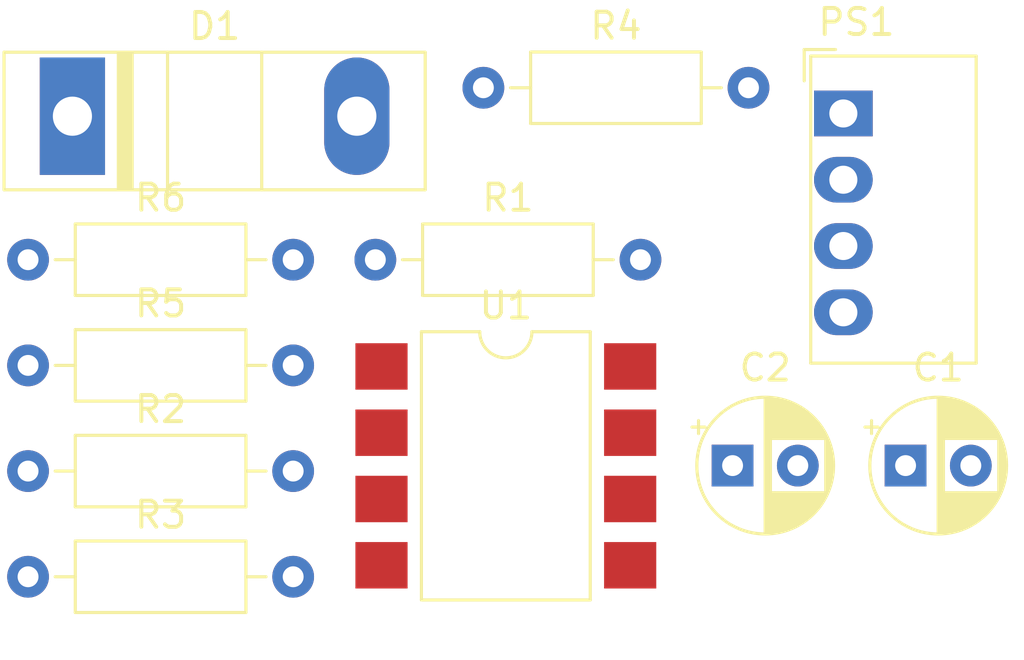
<source format=kicad_pcb>
(kicad_pcb (version 20211014) (generator pcbnew)
  (layers (0 "F.Cu" signal) (31 "B.Cu" signal) (34 "B.Paste" user) (35 "F.Paste" user) (36 "B.SilkS" user "B.Silkscreen") (37 "F.SilkS" user "F.Silkscreen") (38 "B.Mask" user) (39 "F.Mask" user) (44 "Edge.Cuts" user))
  (net 0 "")
  (footprint "Resistor_THT:R_Axial_DIN0207_L6.3mm_D2.5mm_P10.16mm_Horizontal" (layer "F.Cu") (at 725.500225 183.64)
    (fp_text reference "R4" (at 5.08 -2.37) (layer "F.SilkS"))
    (fp_text value "300 Ω")
    (fp_line (start 1.04 0) (end 1.81 0) (layer "F.SilkS") (width 0.12))
    (fp_line (start 1.81 -1.37) (end 1.81 1.37) (layer "F.SilkS") (width 0.12))
    (fp_line (start 9.12 0) (end 8.35 0) (layer "F.SilkS") (width 0.12))
    (fp_line (start 8.35 1.37) (end 8.35 -1.37) (layer "F.SilkS") (width 0.12))
    (fp_line (start 8.35 -1.37) (end 1.81 -1.37) (layer "F.SilkS") (width 0.12))
    (fp_line (start 1.81 1.37) (end 8.35 1.37) (layer "F.SilkS") (width 0.12))
    (pad "1" thru_hole circle locked (at 0 0) (size 1.6 1.6) (drill 0.8) (layers *.Cu *.Mask))
    (pad "2" thru_hole oval locked (at 10.16 0) (size 1.6 1.6) (drill 0.8) (layers *.Cu *.Mask))
  )
  (footprint "Capacitor_THT:CP_Radial_D5.0mm_P2.50mm" (layer "F.Cu") (at 741.68 198.12)
    (fp_text reference "C1" (at 1.25 -3.75) (layer "F.SilkS"))
    (fp_text value "1 μF")
    (fp_line (start 1.93 -2.491) (end 1.93 -1.04) (layer "F.SilkS") (width 0.12))
    (fp_line (start 2.251 1.04) (end 2.251 2.382) (layer "F.SilkS") (width 0.12))
    (fp_line (start 1.45 -2.573) (end 1.45 2.573) (layer "F.SilkS") (width 0.12))
    (fp_line (start 2.571 1.04) (end 2.571 2.224) (layer "F.SilkS") (width 0.12))
    (fp_line (start 2.051 1.04) (end 2.051 2.455) (layer "F.SilkS") (width 0.12))
    (fp_line (start 3.371 1.04) (end 3.371 1.5) (layer "F.SilkS") (width 0.12))
    (fp_line (start 3.371 -1.5) (end 3.371 -1.04) (layer "F.SilkS") (width 0.12))
    (fp_line (start 3.691 -0.915) (end 3.691 0.915) (layer "F.SilkS") (width 0.12))
    (fp_line (start 2.451 -2.29) (end 2.451 -1.04) (layer "F.SilkS") (width 0.12))
    (fp_line (start 3.251 -1.653) (end 3.251 -1.04) (layer "F.SilkS") (width 0.12))
    (fp_line (start 3.451 1.04) (end 3.451 1.383) (layer "F.SilkS") (width 0.12))
    (fp_line (start 3.651 -1.011) (end 3.651 1.011) (layer "F.SilkS") (width 0.12))
    (fp_line (start 2.491 -2.268) (end 2.491 -1.04) (layer "F.SilkS") (width 0.12))
    (fp_line (start 2.011 1.04) (end 2.011 2.468) (layer "F.SilkS") (width 0.12))
    (fp_line (start 2.651 -2.175) (end 2.651 -1.04) (layer "F.SilkS") (width 0.12))
    (fp_line (start 2.771 1.04) (end 2.771 2.095) (layer "F.SilkS") (width 0.12))
    (fp_line (start 1.29 -2.58) (end 1.29 2.58) (layer "F.SilkS") (width 0.12))
    (fp_line (start 2.971 -1.937) (end 2.971 -1.04) (layer "F.SilkS") (width 0.12))
    (fp_line (start 1.65 -2.55) (end 1.65 -1.04) (layer "F.SilkS") (width 0.12))
    (fp_line (start 2.211 1.04) (end 2.211 2.398) (layer "F.SilkS") (width 0.12))
    (fp_line (start 1.89 -2.501) (end 1.89 -1.04) (layer "F.SilkS") (width 0.12))
    (fp_line (start 2.011 -2.468) (end 2.011 -1.04) (layer "F.SilkS") (width 0.12))
    (fp_line (start 1.33 -2.579) (end 1.33 2.579) (layer "F.SilkS") (width 0.12))
    (fp_line (start 1.77 1.04) (end 1.77 2.528) (layer "F.SilkS") (width 0.12))
    (fp_line (start 1.69 1.04) (end 1.69 2.543) (layer "F.SilkS") (width 0.12))
    (fp_line (start 3.051 1.04) (end 3.051 1.864) (layer "F.SilkS") (width 0.12))
    (fp_line (start 2.611 1.04) (end 2.611 2.2) (layer "F.SilkS") (width 0.12))
    (fp_line (start 1.53 1.04) (end 1.53 2.565) (layer "F.SilkS") (width 0.12))
    (fp_line (start 1.69 -2.543) (end 1.69 -1.04) (layer "F.SilkS") (width 0.12))
    (fp_line (start 2.451 1.04) (end 2.451 2.29) (layer "F.SilkS") (width 0.12))
    (fp_line (start 2.811 1.04) (end 2.811 2.065) (layer "F.SilkS") (width 0.12))
    (fp_line (start -1.304775 -1.725) (end -1.304775 -1.225) (layer "F.SilkS") (width 0.12))
    (fp_line (start 1.971 1.04) (end 1.971 2.48) (layer "F.SilkS") (width 0.12))
    (fp_line (start 3.531 -1.251) (end 3.531 -1.04) (layer "F.SilkS") (width 0.12))
    (fp_line (start 1.77 -2.528) (end 1.77 -1.04) (layer "F.SilkS") (width 0.12))
    (fp_line (start 2.771 -2.095) (end 2.771 -1.04) (layer "F.SilkS") (width 0.12))
    (fp_line (start 3.011 1.04) (end 3.011 1.901) (layer "F.SilkS") (width 0.12))
    (fp_line (start 3.251 1.04) (end 3.251 1.653) (layer "F.SilkS") (width 0.12))
    (fp_line (start 2.851 1.04) (end 2.851 2.035) (layer "F.SilkS") (width 0.12))
    (fp_line (start 3.091 1.04) (end 3.091 1.826) (layer "F.SilkS") (width 0.12))
    (fp_line (start 3.331 -1.554) (end 3.331 -1.04) (layer "F.SilkS") (width 0.12))
    (fp_line (start 3.291 -1.605) (end 3.291 -1.04) (layer "F.SilkS") (width 0.12))
    (fp_line (start 2.091 -2.442) (end 2.091 -1.04) (layer "F.SilkS") (width 0.12))
    (fp_line (start 2.851 -2.035) (end 2.851 -1.04) (layer "F.SilkS") (width 0.12))
    (fp_line (start 1.93 1.04) (end 1.93 2.491) (layer "F.SilkS") (width 0.12))
    (fp_line (start 2.291 1.04) (end 2.291 2.365) (layer "F.SilkS") (width 0.12))
    (fp_line (start 2.611 -2.2) (end 2.611 -1.04) (layer "F.SilkS") (width 0.12))
    (fp_line (start 2.411 -2.31) (end 2.411 -1.04) (layer "F.SilkS") (width 0.12))
    (fp_line (start 1.81 -2.52) (end 1.81 -1.04) (layer "F.SilkS") (width 0.12))
    (fp_line (start 1.57 -2.561) (end 1.57 -1.04) (layer "F.SilkS") (width 0.12))
    (fp_line (start 3.211 -1.699) (end 3.211 -1.04) (layer "F.SilkS") (width 0.12))
    (fp_line (start 1.65 1.04) (end 1.65 2.55) (layer "F.SilkS") (width 0.12))
    (fp_line (start 1.61 1.04) (end 1.61 2.556) (layer "F.SilkS") (width 0.12))
    (fp_line (start 2.131 1.04) (end 2.131 2.428) (layer "F.SilkS") (width 0.12))
    (fp_line (start 2.531 1.04) (end 2.531 2.247) (layer "F.SilkS") (width 0.12))
    (fp_line (start 2.131 -2.428) (end 2.131 -1.04) (layer "F.SilkS") (width 0.12))
    (fp_line (start 1.49 -2.569) (end 1.49 -1.04) (layer "F.SilkS") (width 0.12))
    (fp_line (start 3.451 -1.383) (end 3.451 -1.04) (layer "F.SilkS") (width 0.12))
    (fp_line (start 3.331 1.04) (end 3.331 1.554) (layer "F.SilkS") (width 0.12))
    (fp_line (start 1.49 1.04) (end 1.49 2.569) (layer "F.SilkS") (width 0.12))
    (fp_line (start 3.731 -0.805) (end 3.731 0.805) (layer "F.SilkS") (width 0.12))
    (fp_line (start 3.091 -1.826) (end 3.091 -1.04) (layer "F.SilkS") (width 0.12))
    (fp_line (start 3.491 1.04) (end 3.491 1.319) (layer "F.SilkS") (width 0.12))
    (fp_line (start 2.291 -2.365) (end 2.291 -1.04) (layer "F.SilkS") (width 0.12))
    (fp_line (start -1.554775 -1.475) (end -1.054775 -1.475) (layer "F.SilkS") (width 0.12))
    (fp_line (start 3.411 1.04) (end 3.411 1.443) (layer "F.SilkS") (width 0.12))
    (fp_line (start 3.131 1.04) (end 3.131 1.785) (layer "F.SilkS") (width 0.12))
    (fp_line (start 2.091 1.04) (end 2.091 2.442) (layer "F.SilkS") (width 0.12))
    (fp_line (start 1.971 -2.48) (end 1.971 -1.04) (layer "F.SilkS") (width 0.12))
    (fp_line (start 3.171 -1.743) (end 3.171 -1.04) (layer "F.SilkS") (width 0.12))
    (fp_line (start 1.89 1.04) (end 1.89 2.501) (layer "F.SilkS") (width 0.12))
    (fp_line (start 2.531 -2.247) (end 2.531 -1.04) (layer "F.SilkS") (width 0.12))
    (fp_line (start 2.051 -2.455) (end 2.051 -1.04) (layer "F.SilkS") (width 0.12))
    (fp_line (start 1.85 -2.511) (end 1.85 -1.04) (layer "F.SilkS") (width 0.12))
    (fp_line (start 1.57 1.04) (end 1.57 2.561) (layer "F.SilkS") (width 0.12))
    (fp_line (start 2.811 -2.065) (end 2.811 -1.04) (layer "F.SilkS") (width 0.12))
    (fp_line (start 3.811 -0.518) (end 3.811 0.518) (layer "F.SilkS") (width 0.12))
    (fp_line (start 2.171 -2.414) (end 2.171 -1.04) (layer "F.SilkS") (width 0.12))
    (fp_line (start 3.571 -1.178) (end 3.571 1.178) (layer "F.SilkS") (width 0.12))
    (fp_line (start 1.81 1.04) (end 1.81 2.52) (layer "F.SilkS") (width 0.12))
    (fp_line (start 3.011 -1.901) (end 3.011 -1.04) (layer "F.SilkS") (width 0.12))
    (fp_line (start 2.691 1.04) (end 2.691 2.149) (layer "F.SilkS") (width 0.12))
    (fp_line (start 2.731 1.04) (end 2.731 2.122) (layer "F.SilkS") (width 0.12))
    (fp_line (start 2.891 -2.004) (end 2.891 -1.04) (layer "F.SilkS") (width 0.12))
    (fp_line (start 1.85 1.04) (end 1.85 2.511) (layer "F.SilkS") (width 0.12))
    (fp_line (start 3.291 1.04) (end 3.291 1.605) (layer "F.SilkS") (width 0.12))
    (fp_line (start 2.891 1.04) (end 2.891 2.004) (layer "F.SilkS") (width 0.12))
    (fp_line (start 3.531 1.04) (end 3.531 1.251) (layer "F.SilkS") (width 0.12))
    (fp_line (start 3.851 -0.284) (end 3.851 0.284) (layer "F.SilkS") (width 0.12))
    (fp_line (start 2.931 -1.971) (end 2.931 -1.04) (layer "F.SilkS") (width 0.12))
    (fp_line (start 1.61 -2.556) (end 1.61 -1.04) (layer "F.SilkS") (width 0.12))
    (fp_line (start 2.371 1.04) (end 2.371 2.329) (layer "F.SilkS") (width 0.12))
    (fp_line (start 3.171 1.04) (end 3.171 1.743) (layer "F.SilkS") (width 0.12))
    (fp_line (start 1.73 1.04) (end 1.73 2.536) (layer "F.SilkS") (width 0.12))
    (fp_line (start 3.491 -1.319) (end 3.491 -1.04) (layer "F.SilkS") (width 0.12))
    (fp_line (start 2.731 -2.122) (end 2.731 -1.04) (layer "F.SilkS") (width 0.12))
    (fp_line (start 3.411 -1.443) (end 3.411 -1.04) (layer "F.SilkS") (width 0.12))
    (fp_line (start 2.371 -2.329) (end 2.371 -1.04) (layer "F.SilkS") (width 0.12))
    (fp_line (start 2.251 -2.382) (end 2.251 -1.04) (layer "F.SilkS") (width 0.12))
    (fp_line (start 2.411 1.04) (end 2.411 2.31) (layer "F.SilkS") (width 0.12))
    (fp_line (start 1.73 -2.536) (end 1.73 -1.04) (layer "F.SilkS") (width 0.12))
    (fp_line (start 3.211 1.04) (end 3.211 1.699) (layer "F.SilkS") (width 0.12))
    (fp_line (start 2.331 1.04) (end 2.331 2.348) (layer "F.SilkS") (width 0.12))
    (fp_line (start 1.53 -2.565) (end 1.53 -1.04) (layer "F.SilkS") (width 0.12))
    (fp_line (start 2.331 -2.348) (end 2.331 -1.04) (layer "F.SilkS") (width 0.12))
    (fp_line (start 2.971 1.04) (end 2.971 1.937) (layer "F.SilkS") (width 0.12))
    (fp_line (start 1.41 -2.576) (end 1.41 2.576) (layer "F.SilkS") (width 0.12))
    (fp_line (start 2.171 1.04) (end 2.171 2.414) (layer "F.SilkS") (width 0.12))
    (fp_line (start 3.131 -1.785) (end 3.131 -1.04) (layer "F.SilkS") (width 0.12))
    (fp_line (start 2.691 -2.149) (end 2.691 -1.04) (layer "F.SilkS") (width 0.12))
    (fp_line (start 2.931 1.04) (end 2.931 1.971) (layer "F.SilkS") (width 0.12))
    (fp_line (start 3.771 -0.677) (end 3.771 0.677) (layer "F.SilkS") (width 0.12))
    (fp_line (start 2.491 1.04) (end 2.491 2.268) (layer "F.SilkS") (width 0.12))
    (fp_line (start 3.611 -1.098) (end 3.611 1.098) (layer "F.SilkS") (width 0.12))
    (fp_line (start 3.051 -1.864) (end 3.051 -1.04) (layer "F.SilkS") (width 0.12))
    (fp_line (start 1.37 -2.578) (end 1.37 2.578) (layer "F.SilkS") (width 0.12))
    (fp_line (start 2.211 -2.398) (end 2.211 -1.04) (layer "F.SilkS") (width 0.12))
    (fp_line (start 1.25 -2.58) (end 1.25 2.58) (layer "F.SilkS") (width 0.12))
    (fp_line (start 2.571 -2.224) (end 2.571 -1.04) (layer "F.SilkS") (width 0.12))
    (fp_line (start 2.651 1.04) (end 2.651 2.175) (layer "F.SilkS") (width 0.12))
    (fp_circle (center 1.25 0) (end 3.87 0) (layer "F.SilkS") (width 0.12) (fill none))
    (pad "1" thru_hole rect locked (at 0 0) (size 1.6 1.6) (drill 0.8) (layers *.Cu *.Mask))
    (pad "2" thru_hole circle locked (at 2.5 0) (size 1.6 1.6) (drill 0.8) (layers *.Cu *.Mask))
  )
  (footprint "Resistor_THT:R_Axial_DIN0207_L6.3mm_D2.5mm_P10.16mm_Horizontal" (layer "F.Cu") (at 708.050225 194.28)
    (fp_text reference "R5" (at 5.08 -2.37) (layer "F.SilkS"))
    (fp_text value "100kΩ")
    (fp_line (start 9.12 0) (end 8.35 0) (layer "F.SilkS") (width 0.12))
    (fp_line (start 1.81 -1.37) (end 1.81 1.37) (layer "F.SilkS") (width 0.12))
    (fp_line (start 1.81 1.37) (end 8.35 1.37) (layer "F.SilkS") (width 0.12))
    (fp_line (start 1.04 0) (end 1.81 0) (layer "F.SilkS") (width 0.12))
    (fp_line (start 8.35 1.37) (end 8.35 -1.37) (layer "F.SilkS") (width 0.12))
    (fp_line (start 8.35 -1.37) (end 1.81 -1.37) (layer "F.SilkS") (width 0.12))
    (pad "1" thru_hole circle locked (at 0 0) (size 1.6 1.6) (drill 0.8) (layers *.Cu *.Mask))
    (pad "2" thru_hole oval locked (at 10.16 0) (size 1.6 1.6) (drill 0.8) (layers *.Cu *.Mask))
  )
  (footprint "Diode_THT:D_DO-247_Vertical" (layer "F.Cu") (at 709.750225 184.73)
    (fp_text reference "D1" (at 5.45 -3.45) (layer "F.SilkS"))
    (fp_text value "D_Photo")
    (fp_line (start 13.52 -2.451) (end 13.52 2.82) (layer "F.SilkS") (width 0.12))
    (fp_line (start -2.62 -2.451) (end 13.52 -2.451) (layer "F.SilkS") (width 0.12))
    (fp_line (start -2.62 2.82) (end 13.52 2.82) (layer "F.SilkS") (width 0.12))
    (fp_line (start 7.255 -2.451) (end 7.255 2.82) (layer "F.SilkS") (width 0.12))
    (fp_line (start 3.646 -2.451) (end 3.646 2.82) (layer "F.SilkS") (width 0.12))
    (fp_line (start -2.62 -2.451) (end -2.62 2.82) (layer "F.SilkS") (width 0.12))
    (fp_poly (pts (xy 2.3 2.8) (xy 1.75 2.8) (xy 1.75 -2.45) (xy 2.3 -2.45)) (layer "F.SilkS") (width 0.1) (fill solid))
    (pad "1" thru_hole rect locked (at 0 0) (size 2.5 4.5) (drill 1.5) (layers *.Cu *.Mask))
    (pad "2" thru_hole oval locked (at 10.9 0) (size 2.5 4.5) (drill 1.5) (layers *.Cu *.Mask))
  )
  (footprint "Resistor_THT:R_Axial_DIN0207_L6.3mm_D2.5mm_P10.16mm_Horizontal" (layer "F.Cu") (at 708.050225 190.23)
    (fp_text reference "R6" (at 5.08 -2.37) (layer "F.SilkS"))
    (fp_text value "68k Ω")
    (fp_line (start 8.35 -1.37) (end 1.81 -1.37) (layer "F.SilkS") (width 0.12))
    (fp_line (start 1.81 1.37) (end 8.35 1.37) (layer "F.SilkS") (width 0.12))
    (fp_line (start 9.12 0) (end 8.35 0) (layer "F.SilkS") (width 0.12))
    (fp_line (start 1.81 -1.37) (end 1.81 1.37) (layer "F.SilkS") (width 0.12))
    (fp_line (start 1.04 0) (end 1.81 0) (layer "F.SilkS") (width 0.12))
    (fp_line (start 8.35 1.37) (end 8.35 -1.37) (layer "F.SilkS") (width 0.12))
    (pad "1" thru_hole circle locked (at 0 0) (size 1.6 1.6) (drill 0.8) (layers *.Cu *.Mask))
    (pad "2" thru_hole oval locked (at 10.16 0) (size 1.6 1.6) (drill 0.8) (layers *.Cu *.Mask))
  )
  (footprint "Converter_DCDC:Converter_DCDC_Murata_MEE1SxxxxSC_THT" (layer "F.Cu") (at 739.295225 184.625)
    (fp_text reference "PS1" (at 0.5 -3.5 180) (layer "F.SilkS"))
    (fp_text value "MEE1S0515SC")
    (fp_line (start -0.3 -2.45) (end -1.5 -2.45) (layer "F.SilkS") (width 0.12))
    (fp_line (start 5.09 -2.2) (end -1.25 -2.2) (layer "F.SilkS") (width 0.12))
    (fp_line (start 5.09 9.57) (end -1.25 9.57) (layer "F.SilkS") (width 0.12))
    (fp_line (start -1.5 -2.45) (end -1.5 -1.25) (layer "F.SilkS") (width 0.12))
    (fp_line (start 5.09 -2.2) (end 5.09 9.57) (layer "F.SilkS") (width 0.12))
    (fp_line (start -1.25 -2.2) (end -1.25 9.57) (layer "F.SilkS") (width 0.12))
    (pad "1" thru_hole rect locked (at 0 0 270) (size 1.75 2.25) (drill 1.075) (layers *.Cu *.Mask))
    (pad "2" thru_hole oval locked (at 0 2.54 270) (size 1.75 2.25) (drill 1.075) (layers *.Cu *.Mask))
    (pad "3" thru_hole oval locked (at 0 5.08 270) (size 1.75 2.25) (drill 1.075) (layers *.Cu *.Mask))
    (pad "4" thru_hole oval locked (at 0 7.62 270) (size 1.75 2.25) (drill 1.075) (layers *.Cu *.Mask))
  )
  (footprint "Resistor_THT:R_Axial_DIN0207_L6.3mm_D2.5mm_P10.16mm_Horizontal" (layer "F.Cu") (at 708.050225 198.33)
    (fp_text reference "R2" (at 5.08 -2.37) (layer "F.SilkS"))
    (fp_text value "100kΩ")
    (fp_line (start 8.35 1.37) (end 8.35 -1.37) (layer "F.SilkS") (width 0.12))
    (fp_line (start 1.81 1.37) (end 8.35 1.37) (layer "F.SilkS") (width 0.12))
    (fp_line (start 1.81 -1.37) (end 1.81 1.37) (layer "F.SilkS") (width 0.12))
    (fp_line (start 9.12 0) (end 8.35 0) (layer "F.SilkS") (width 0.12))
    (fp_line (start 1.04 0) (end 1.81 0) (layer "F.SilkS") (width 0.12))
    (fp_line (start 8.35 -1.37) (end 1.81 -1.37) (layer "F.SilkS") (width 0.12))
    (pad "1" thru_hole circle locked (at 0 0) (size 1.6 1.6) (drill 0.8) (layers *.Cu *.Mask))
    (pad "2" thru_hole oval locked (at 10.16 0) (size 1.6 1.6) (drill 0.8) (layers *.Cu *.Mask))
  )
  (footprint "Resistor_THT:R_Axial_DIN0207_L6.3mm_D2.5mm_P10.16mm_Horizontal" (layer "F.Cu") (at 708.050225 202.38)
    (fp_text reference "R3" (at 5.08 -2.37) (layer "F.SilkS"))
    (fp_text value "300 Ω")
    (fp_line (start 1.04 0) (end 1.81 0) (layer "F.SilkS") (width 0.12))
    (fp_line (start 8.35 1.37) (end 8.35 -1.37) (layer "F.SilkS") (width 0.12))
    (fp_line (start 9.12 0) (end 8.35 0) (layer "F.SilkS") (width 0.12))
    (fp_line (start 8.35 -1.37) (end 1.81 -1.37) (layer "F.SilkS") (width 0.12))
    (fp_line (start 1.81 1.37) (end 8.35 1.37) (layer "F.SilkS") (width 0.12))
    (fp_line (start 1.81 -1.37) (end 1.81 1.37) (layer "F.SilkS") (width 0.12))
    (pad "1" thru_hole circle locked (at 0 0) (size 1.6 1.6) (drill 0.8) (layers *.Cu *.Mask))
    (pad "2" thru_hole oval locked (at 10.16 0) (size 1.6 1.6) (drill 0.8) (layers *.Cu *.Mask))
  )
  (footprint "Capacitor_THT:CP_Radial_D5.0mm_P2.50mm" (layer "F.Cu") (at 735.05 198.12)
    (fp_text reference "C2" (at 1.25 -3.75) (layer "F.SilkS"))
    (fp_text value "2.2 μF")
    (fp_line (start 3.531 1.04) (end 3.531 1.251) (layer "F.SilkS") (width 0.12))
    (fp_line (start 3.451 1.04) (end 3.451 1.383) (layer "F.SilkS") (width 0.12))
    (fp_line (start 3.531 -1.251) (end 3.531 -1.04) (layer "F.SilkS") (width 0.12))
    (fp_line (start 1.89 -2.501) (end 1.89 -1.04) (layer "F.SilkS") (width 0.12))
    (fp_line (start 3.131 1.04) (end 3.131 1.785) (layer "F.SilkS") (width 0.12))
    (fp_line (start 1.73 -2.536) (end 1.73 -1.04) (layer "F.SilkS") (width 0.12))
    (fp_line (start 2.451 1.04) (end 2.451 2.29) (layer "F.SilkS") (width 0.12))
    (fp_line (start 2.451 -2.29) (end 2.451 -1.04) (layer "F.SilkS") (width 0.12))
    (fp_line (start 2.531 -2.247) (end 2.531 -1.04) (layer "F.SilkS") (width 0.12))
    (fp_line (start 2.731 -2.122) (end 2.731 -1.04) (layer "F.SilkS") (width 0.12))
    (fp_line (start 3.331 -1.554) (end 3.331 -1.04) (layer "F.SilkS") (width 0.12))
    (fp_line (start 2.331 1.04) (end 2.331 2.348) (layer "F.SilkS") (width 0.12))
    (fp_line (start 3.571 -1.178) (end 3.571 1.178) (layer "F.SilkS") (width 0.12))
    (fp_line (start 2.011 -2.468) (end 2.011 -1.04) (layer "F.SilkS") (width 0.12))
    (fp_line (start 1.93 -2.491) (end 1.93 -1.04) (layer "F.SilkS") (width 0.12))
    (fp_line (start 2.771 1.04) (end 2.771 2.095) (layer "F.SilkS") (width 0.12))
    (fp_line (start 2.051 -2.455) (end 2.051 -1.04) (layer "F.SilkS") (width 0.12))
    (fp_line (start 3.131 -1.785) (end 3.131 -1.04) (layer "F.SilkS") (width 0.12))
    (fp_line (start 2.651 1.04) (end 2.651 2.175) (layer "F.SilkS") (width 0.12))
    (fp_line (start 3.211 1.04) (end 3.211 1.699) (layer "F.SilkS") (width 0.12))
    (fp_line (start 2.851 -2.035) (end 2.851 -1.04) (layer "F.SilkS") (width 0.12))
    (fp_line (start 2.691 1.04) (end 2.691 2.149) (layer "F.SilkS") (width 0.12))
    (fp_line (start 1.77 1.04) (end 1.77 2.528) (layer "F.SilkS") (width 0.12))
    (fp_line (start 2.251 -2.382) (end 2.251 -1.04) (layer "F.SilkS") (width 0.12))
    (fp_line (start 2.131 1.04) (end 2.131 2.428) (layer "F.SilkS") (width 0.12))
    (fp_line (start 3.291 1.04) (end 3.291 1.605) (layer "F.SilkS") (width 0.12))
    (fp_line (start 3.251 -1.653) (end 3.251 -1.04) (layer "F.SilkS") (width 0.12))
    (fp_line (start 2.971 1.04) (end 2.971 1.937) (layer "F.SilkS") (width 0.12))
    (fp_line (start 1.37 -2.578) (end 1.37 2.578) (layer "F.SilkS") (width 0.12))
    (fp_line (start 2.811 1.04) (end 2.811 2.065) (layer "F.SilkS") (width 0.12))
    (fp_line (start 2.211 -2.398) (end 2.211 -1.04) (layer "F.SilkS") (width 0.12))
    (fp_line (start 3.011 1.04) (end 3.011 1.901) (layer "F.SilkS") (width 0.12))
    (fp_line (start 1.65 -2.55) (end 1.65 -1.04) (layer "F.SilkS") (width 0.12))
    (fp_line (start 3.211 -1.699) (end 3.211 -1.04) (layer "F.SilkS") (width 0.12))
    (fp_line (start 3.811 -0.518) (end 3.811 0.518) (layer "F.SilkS") (width 0.12))
    (fp_line (start 2.251 1.04) (end 2.251 2.382) (layer "F.SilkS") (width 0.12))
    (fp_line (start 2.211 1.04) (end 2.211 2.398) (layer "F.SilkS") (width 0.12))
    (fp_line (start 3.771 -0.677) (end 3.771 0.677) (layer "F.SilkS") (width 0.12))
    (fp_line (start 1.61 -2.556) (end 1.61 -1.04) (layer "F.SilkS") (width 0.12))
    (fp_line (start 2.411 -2.31) (end 2.411 -1.04) (layer "F.SilkS") (width 0.12))
    (fp_line (start 1.25 -2.58) (end 1.25 2.58) (layer "F.SilkS") (width 0.12))
    (fp_line (start 2.371 -2.329) (end 2.371 -1.04) (layer "F.SilkS") (width 0.12))
    (fp_line (start 2.011 1.04) (end 2.011 2.468) (layer "F.SilkS") (width 0.12))
    (fp_line (start 1.93 1.04) (end 1.93 2.491) (layer "F.SilkS") (width 0.12))
    (fp_line (start 3.251 1.04) (end 3.251 1.653) (layer "F.SilkS") (width 0.12))
    (fp_line (start 1.57 -2.561) (end 1.57 -1.04) (layer "F.SilkS") (width 0.12))
    (fp_line (start 2.571 1.04) (end 2.571 2.224) (layer "F.SilkS") (width 0.12))
    (fp_line (start 2.611 -2.2) (end 2.611 -1.04) (layer "F.SilkS") (width 0.12))
    (fp_line (start 3.651 -1.011) (end 3.651 1.011) (layer "F.SilkS") (width 0.12))
    (fp_line (start 3.411 -1.443) (end 3.411 -1.04) (layer "F.SilkS") (width 0.12))
    (fp_line (start 1.971 1.04) (end 1.971 2.48) (layer "F.SilkS") (width 0.12))
    (fp_line (start 1.85 1.04) (end 1.85 2.511) (layer "F.SilkS") (width 0.12))
    (fp_line (start 3.171 1.04) (end 3.171 1.743) (layer "F.SilkS") (width 0.12))
    (fp_line (start 3.331 1.04) (end 3.331 1.554) (layer "F.SilkS") (width 0.12))
    (fp_line (start 1.41 -2.576) (end 1.41 2.576) (layer "F.SilkS") (width 0.12))
    (fp_line (start 1.85 -2.511) (end 1.85 -1.04) (layer "F.SilkS") (width 0.12))
    (fp_line (start 1.49 -2.569) (end 1.49 -1.04) (layer "F.SilkS") (width 0.12))
    (fp_line (start 2.891 1.04) (end 2.891 2.004) (layer "F.SilkS") (width 0.12))
    (fp_line (start 2.811 -2.065) (end 2.811 -1.04) (layer "F.SilkS") (width 0.12))
    (fp_line (start 3.851 -0.284) (end 3.851 0.284) (layer "F.SilkS") (width 0.12))
    (fp_line (start 2.611 1.04) (end 2.611 2.2) (layer "F.SilkS") (width 0.12))
    (fp_line (start 2.291 1.04) (end 2.291 2.365) (layer "F.SilkS") (width 0.12))
    (fp_line (start 2.891 -2.004) (end 2.891 -1.04) (layer "F.SilkS") (width 0.12))
    (fp_line (start 2.291 -2.365) (end 2.291 -1.04) (layer "F.SilkS") (width 0.12))
    (fp_line (start 2.091 -2.442) (end 2.091 -1.04) (layer "F.SilkS") (width 0.12))
    (fp_line (start 2.851 1.04) (end 2.851 2.035) (layer "F.SilkS") (width 0.12))
    (fp_line (start 1.57 1.04) (end 1.57 2.561) (layer "F.SilkS") (width 0.12))
    (fp_line (start 2.491 -2.268) (end 2.491 -1.04) (layer "F.SilkS") (width 0.12))
    (fp_line (start 3.051 1.04) (end 3.051 1.864) (layer "F.SilkS") (width 0.12))
    (fp_line (start 2.491 1.04) (end 2.491 2.268) (layer "F.SilkS") (width 0.12))
    (fp_line (start 3.051 -1.864) (end 3.051 -1.04) (layer "F.SilkS") (width 0.12))
    (fp_line (start 1.77 -2.528) (end 1.77 -1.04) (layer "F.SilkS") (width 0.12))
    (fp_line (start 2.091 1.04) (end 2.091 2.442) (layer "F.SilkS") (width 0.12))
    (fp_line (start 2.371 1.04) (end 2.371 2.329) (layer "F.SilkS") (width 0.12))
    (fp_line (start 3.371 1.04) (end 3.371 1.5) (layer "F.SilkS") (width 0.12))
    (fp_line (start 3.291 -1.605) (end 3.291 -1.04) (layer "F.SilkS") (width 0.12))
    (fp_line (start 1.69 1.04) (end 1.69 2.543) (layer "F.SilkS") (width 0.12))
    (fp_line (start 2.931 1.04) (end 2.931 1.971) (layer "F.SilkS") (width 0.12))
    (fp_line (start 2.051 1.04) (end 2.051 2.455) (layer "F.SilkS") (width 0.12))
    (fp_line (start 2.691 -2.149) (end 2.691 -1.04) (layer "F.SilkS") (width 0.12))
    (fp_line (start 1.69 -2.543) (end 1.69 -1.04) (layer "F.SilkS") (width 0.12))
    (fp_line (start 1.53 1.04) (end 1.53 2.565) (layer "F.SilkS") (width 0.12))
    (fp_line (start 1.81 1.04) (end 1.81 2.52) (layer "F.SilkS") (width 0.12))
    (fp_line (start 2.531 1.04) (end 2.531 2.247) (layer "F.SilkS") (width 0.12))
    (fp_line (start 2.771 -2.095) (end 2.771 -1.04) (layer "F.SilkS") (width 0.12))
    (fp_line (start 3.451 -1.383) (end 3.451 -1.04) (layer "F.SilkS") (width 0.12))
    (fp_line (start 3.731 -0.805) (end 3.731 0.805) (layer "F.SilkS") (width 0.12))
    (fp_line (start 2.731 1.04) (end 2.731 2.122) (layer "F.SilkS") (width 0.12))
    (fp_line (start 3.691 -0.915) (end 3.691 0.915) (layer "F.SilkS") (width 0.12))
    (fp_line (start 3.171 -1.743) (end 3.171 -1.04) (layer "F.SilkS") (width 0.12))
    (fp_line (start 3.091 -1.826) (end 3.091 -1.04) (layer "F.SilkS") (width 0.12))
    (fp_line (start -1.554775 -1.475) (end -1.054775 -1.475) (layer "F.SilkS") (width 0.12))
    (fp_line (start 2.651 -2.175) (end 2.651 -1.04) (layer "F.SilkS") (width 0.12))
    (fp_line (start 1.45 -2.573) (end 1.45 2.573) (layer "F.SilkS") (width 0.12))
    (fp_line (start 2.411 1.04) (end 2.411 2.31) (layer "F.SilkS") (width 0.12))
    (fp_line (start 1.53 -2.565) (end 1.53 -1.04) (layer "F.SilkS") (width 0.12))
    (fp_line (start -1.304775 -1.725) (end -1.304775 -1.225) (layer "F.SilkS") (width 0.12))
    (fp_line (start 3.611 -1.098) (end 3.611 1.098) (layer "F.SilkS") (width 0.12))
    (fp_line (start 3.411 1.04) (end 3.411 1.443) (layer "F.SilkS") (width 0.12))
    (fp_line (start 1.971 -2.48) (end 1.971 -1.04) (layer "F.SilkS") (width 0.12))
    (fp_line (start 1.33 -2.579) (end 1.33 2.579) (layer "F.SilkS") (width 0.12))
    (fp_line (start 2.971 -1.937) (end 2.971 -1.04) (layer "F.SilkS") (width 0.12))
    (fp_line (start 3.491 1.04) (end 3.491 1.319) (layer "F.SilkS") (width 0.12))
    (fp_line (start 2.931 -1.971) (end 2.931 -1.04) (layer "F.SilkS") (width 0.12))
    (fp_line (start 2.331 -2.348) (end 2.331 -1.04) (layer "F.SilkS") (width 0.12))
    (fp_line (start 2.131 -2.428) (end 2.131 -1.04) (layer "F.SilkS") (width 0.12))
    (fp_line (start 3.091 1.04) (end 3.091 1.826) (layer "F.SilkS") (width 0.12))
    (fp_line (start 1.49 1.04) (end 1.49 2.569) (layer "F.SilkS") (width 0.12))
    (fp_line (start 1.65 1.04) (end 1.65 2.55) (layer "F.SilkS") (width 0.12))
    (fp_line (start 1.29 -2.58) (end 1.29 2.58) (layer "F.SilkS") (width 0.12))
    (fp_line (start 1.73 1.04) (end 1.73 2.536) (layer "F.SilkS") (width 0.12))
    (fp_line (start 2.571 -2.224) (end 2.571 -1.04) (layer "F.SilkS") (width 0.12))
    (fp_line (start 3.371 -1.5) (end 3.371 -1.04) (layer "F.SilkS") (width 0.12))
    (fp_line (start 1.61 1.04) (end 1.61 2.556) (layer "F.SilkS") (width 0.12))
    (fp_line (start 3.491 -1.319) (end 3.491 -1.04) (layer "F.SilkS") (width 0.12))
    (fp_line (start 1.81 -2.52) (end 1.81 -1.04) (layer "F.SilkS") (width 0.12))
    (fp_line (start 2.171 -2.414) (end 2.171 -1.04) (layer "F.SilkS") (width 0.12))
    (fp_line (start 2.171 1.04) (end 2.171 2.414) (layer "F.SilkS") (width 0.12))
    (fp_line (start 1.89 1.04) (end 1.89 2.501) (layer "F.SilkS") (width 0.12))
    (fp_line (start 3.011 -1.901) (end 3.011 -1.04) (layer "F.SilkS") (width 0.12))
    (fp_circle (center 1.25 0) (end 3.87 0) (layer "F.SilkS") (width 0.12) (fill none))
    (pad "1" thru_hole rect locked (at 0 0) (size 1.6 1.6) (drill 0.8) (layers *.Cu *.Mask))
    (pad "2" thru_hole circle locked (at 2.5 0) (size 1.6 1.6) (drill 0.8) (layers *.Cu *.Mask))
  )
  (footprint "Package_DIP:SMDIP-8_W9.53mm" (layer "F.Cu") (at 726.360225 198.13)
    (fp_text reference "U1" (at 0 -6.14) (layer "F.SilkS"))
    (fp_text value "LM358")
    (fp_line (start -3.235 5.14) (end 3.235 5.14) (layer "F.SilkS") (width 0.12))
    (fp_line (start 3.235 -5.14) (end 1 -5.14) (layer "F.SilkS") (width 0.12))
    (fp_line (start -1 -5.14) (end -3.235 -5.14) (layer "F.SilkS") (width 0.12))
    (fp_line (start 3.235 5.14) (end 3.235 -5.14) (layer "F.SilkS") (width 0.12))
    (fp_line (start -3.235 -5.14) (end -3.235 5.14) (layer "F.SilkS") (width 0.12))
    (fp_arc (start 1 -5.14) (mid 0 -4.14) (end -1 -5.14) (layer "F.SilkS") (width 0.12))
    (pad "1" smd rect locked (at -4.765 -3.81) (size 2 1.78) (layers "F.Cu" "F.Paste" "F.Mask"))
    (pad "2" smd rect locked (at -4.765 -1.27) (size 2 1.78) (layers "F.Cu" "F.Paste" "F.Mask"))
    (pad "3" smd rect locked (at -4.765 1.27) (size 2 1.78) (layers "F.Cu" "F.Paste" "F.Mask"))
    (pad "4" smd rect locked (at -4.765 3.81) (size 2 1.78) (layers "F.Cu" "F.Paste" "F.Mask"))
    (pad "5" smd rect locked (at 4.765 3.81) (size 2 1.78) (layers "F.Cu" "F.Paste" "F.Mask"))
    (pad "6" smd rect locked (at 4.765 1.27) (size 2 1.78) (layers "F.Cu" "F.Paste" "F.Mask"))
    (pad "7" smd rect locked (at 4.765 -1.27) (size 2 1.78) (layers "F.Cu" "F.Paste" "F.Mask"))
    (pad "8" smd rect locked (at 4.765 -3.81) (size 2 1.78) (layers "F.Cu" "F.Paste" "F.Mask"))
  )
  (footprint "Resistor_THT:R_Axial_DIN0207_L6.3mm_D2.5mm_P10.16mm_Horizontal" (layer "F.Cu") (at 721.360225 190.23)
    (fp_text reference "R1" (at 5.08 -2.37) (layer "F.SilkS"))
    (fp_text value "300 Ω")
    (fp_line (start 8.35 -1.37) (end 1.81 -1.37) (layer "F.SilkS") (width 0.12))
    (fp_line (start 1.04 0) (end 1.81 0) (layer "F.SilkS") (width 0.12))
    (fp_line (start 1.81 -1.37) (end 1.81 1.37) (layer "F.SilkS") (width 0.12))
    (fp_line (start 8.35 1.37) (end 8.35 -1.37) (layer "F.SilkS") (width 0.12))
    (fp_line (start 1.81 1.37) (end 8.35 1.37) (layer "F.SilkS") (width 0.12))
    (fp_line (start 9.12 0) (end 8.35 0) (layer "F.SilkS") (width 0.12))
    (pad "1" thru_hole circle locked (at 0 0) (size 1.6 1.6) (drill 0.8) (layers *.Cu *.Mask))
    (pad "2" thru_hole oval locked (at 10.16 0) (size 1.6 1.6) (drill 0.8) (layers *.Cu *.Mask))
  )
)
</source>
